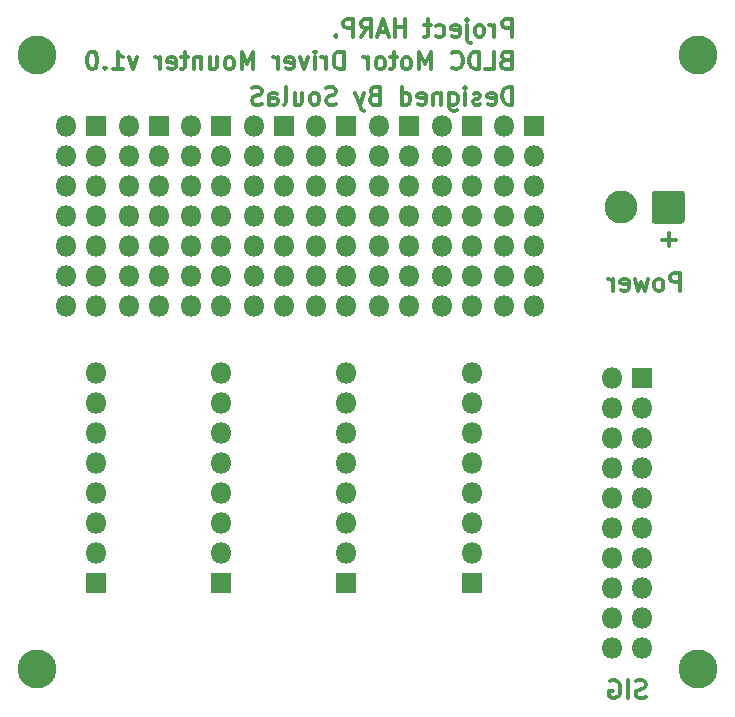
<source format=gbr>
%TF.GenerationSoftware,KiCad,Pcbnew,(5.1.6)-1*%
%TF.CreationDate,2020-10-29T16:21:17+09:00*%
%TF.ProjectId,BLDC__MD_Mounter,424c4443-5f5f-44d4-945f-4d6f756e7465,rev?*%
%TF.SameCoordinates,Original*%
%TF.FileFunction,Soldermask,Bot*%
%TF.FilePolarity,Negative*%
%FSLAX46Y46*%
G04 Gerber Fmt 4.6, Leading zero omitted, Abs format (unit mm)*
G04 Created by KiCad (PCBNEW (5.1.6)-1) date 2020-10-29 16:21:17*
%MOMM*%
%LPD*%
G01*
G04 APERTURE LIST*
%ADD10C,0.300000*%
%ADD11O,1.800000X1.800000*%
%ADD12R,1.800000X1.800000*%
%ADD13C,3.300000*%
%ADD14C,2.800000*%
G04 APERTURE END LIST*
D10*
X156535714Y-115357142D02*
X156321428Y-115428571D01*
X155964285Y-115428571D01*
X155821428Y-115357142D01*
X155750000Y-115285714D01*
X155678571Y-115142857D01*
X155678571Y-115000000D01*
X155750000Y-114857142D01*
X155821428Y-114785714D01*
X155964285Y-114714285D01*
X156250000Y-114642857D01*
X156392857Y-114571428D01*
X156464285Y-114500000D01*
X156535714Y-114357142D01*
X156535714Y-114214285D01*
X156464285Y-114071428D01*
X156392857Y-114000000D01*
X156250000Y-113928571D01*
X155892857Y-113928571D01*
X155678571Y-114000000D01*
X155035714Y-115428571D02*
X155035714Y-113928571D01*
X153535714Y-114000000D02*
X153678571Y-113928571D01*
X153892857Y-113928571D01*
X154107142Y-114000000D01*
X154250000Y-114142857D01*
X154321428Y-114285714D01*
X154392857Y-114571428D01*
X154392857Y-114785714D01*
X154321428Y-115071428D01*
X154250000Y-115214285D01*
X154107142Y-115357142D01*
X153892857Y-115428571D01*
X153750000Y-115428571D01*
X153535714Y-115357142D01*
X153464285Y-115285714D01*
X153464285Y-114785714D01*
X153750000Y-114785714D01*
X159071428Y-76607142D02*
X157928571Y-76607142D01*
X158500000Y-77178571D02*
X158500000Y-76035714D01*
X159464285Y-80928571D02*
X159464285Y-79428571D01*
X158892857Y-79428571D01*
X158750000Y-79500000D01*
X158678571Y-79571428D01*
X158607142Y-79714285D01*
X158607142Y-79928571D01*
X158678571Y-80071428D01*
X158750000Y-80142857D01*
X158892857Y-80214285D01*
X159464285Y-80214285D01*
X157750000Y-80928571D02*
X157892857Y-80857142D01*
X157964285Y-80785714D01*
X158035714Y-80642857D01*
X158035714Y-80214285D01*
X157964285Y-80071428D01*
X157892857Y-80000000D01*
X157750000Y-79928571D01*
X157535714Y-79928571D01*
X157392857Y-80000000D01*
X157321428Y-80071428D01*
X157250000Y-80214285D01*
X157250000Y-80642857D01*
X157321428Y-80785714D01*
X157392857Y-80857142D01*
X157535714Y-80928571D01*
X157750000Y-80928571D01*
X156750000Y-79928571D02*
X156464285Y-80928571D01*
X156178571Y-80214285D01*
X155892857Y-80928571D01*
X155607142Y-79928571D01*
X154464285Y-80857142D02*
X154607142Y-80928571D01*
X154892857Y-80928571D01*
X155035714Y-80857142D01*
X155107142Y-80714285D01*
X155107142Y-80142857D01*
X155035714Y-80000000D01*
X154892857Y-79928571D01*
X154607142Y-79928571D01*
X154464285Y-80000000D01*
X154392857Y-80142857D01*
X154392857Y-80285714D01*
X155107142Y-80428571D01*
X153750000Y-80928571D02*
X153750000Y-79928571D01*
X153750000Y-80214285D02*
X153678571Y-80071428D01*
X153607142Y-80000000D01*
X153464285Y-79928571D01*
X153321428Y-79928571D01*
X145250000Y-65178571D02*
X145250000Y-63678571D01*
X144892857Y-63678571D01*
X144678571Y-63750000D01*
X144535714Y-63892857D01*
X144464285Y-64035714D01*
X144392857Y-64321428D01*
X144392857Y-64535714D01*
X144464285Y-64821428D01*
X144535714Y-64964285D01*
X144678571Y-65107142D01*
X144892857Y-65178571D01*
X145250000Y-65178571D01*
X143178571Y-65107142D02*
X143321428Y-65178571D01*
X143607142Y-65178571D01*
X143750000Y-65107142D01*
X143821428Y-64964285D01*
X143821428Y-64392857D01*
X143750000Y-64250000D01*
X143607142Y-64178571D01*
X143321428Y-64178571D01*
X143178571Y-64250000D01*
X143107142Y-64392857D01*
X143107142Y-64535714D01*
X143821428Y-64678571D01*
X142535714Y-65107142D02*
X142392857Y-65178571D01*
X142107142Y-65178571D01*
X141964285Y-65107142D01*
X141892857Y-64964285D01*
X141892857Y-64892857D01*
X141964285Y-64750000D01*
X142107142Y-64678571D01*
X142321428Y-64678571D01*
X142464285Y-64607142D01*
X142535714Y-64464285D01*
X142535714Y-64392857D01*
X142464285Y-64250000D01*
X142321428Y-64178571D01*
X142107142Y-64178571D01*
X141964285Y-64250000D01*
X141250000Y-65178571D02*
X141250000Y-64178571D01*
X141250000Y-63678571D02*
X141321428Y-63750000D01*
X141250000Y-63821428D01*
X141178571Y-63750000D01*
X141250000Y-63678571D01*
X141250000Y-63821428D01*
X139892857Y-64178571D02*
X139892857Y-65392857D01*
X139964285Y-65535714D01*
X140035714Y-65607142D01*
X140178571Y-65678571D01*
X140392857Y-65678571D01*
X140535714Y-65607142D01*
X139892857Y-65107142D02*
X140035714Y-65178571D01*
X140321428Y-65178571D01*
X140464285Y-65107142D01*
X140535714Y-65035714D01*
X140607142Y-64892857D01*
X140607142Y-64464285D01*
X140535714Y-64321428D01*
X140464285Y-64250000D01*
X140321428Y-64178571D01*
X140035714Y-64178571D01*
X139892857Y-64250000D01*
X139178571Y-64178571D02*
X139178571Y-65178571D01*
X139178571Y-64321428D02*
X139107142Y-64250000D01*
X138964285Y-64178571D01*
X138750000Y-64178571D01*
X138607142Y-64250000D01*
X138535714Y-64392857D01*
X138535714Y-65178571D01*
X137250000Y-65107142D02*
X137392857Y-65178571D01*
X137678571Y-65178571D01*
X137821428Y-65107142D01*
X137892857Y-64964285D01*
X137892857Y-64392857D01*
X137821428Y-64250000D01*
X137678571Y-64178571D01*
X137392857Y-64178571D01*
X137250000Y-64250000D01*
X137178571Y-64392857D01*
X137178571Y-64535714D01*
X137892857Y-64678571D01*
X135892857Y-65178571D02*
X135892857Y-63678571D01*
X135892857Y-65107142D02*
X136035714Y-65178571D01*
X136321428Y-65178571D01*
X136464285Y-65107142D01*
X136535714Y-65035714D01*
X136607142Y-64892857D01*
X136607142Y-64464285D01*
X136535714Y-64321428D01*
X136464285Y-64250000D01*
X136321428Y-64178571D01*
X136035714Y-64178571D01*
X135892857Y-64250000D01*
X133535714Y-64392857D02*
X133321428Y-64464285D01*
X133250000Y-64535714D01*
X133178571Y-64678571D01*
X133178571Y-64892857D01*
X133250000Y-65035714D01*
X133321428Y-65107142D01*
X133464285Y-65178571D01*
X134035714Y-65178571D01*
X134035714Y-63678571D01*
X133535714Y-63678571D01*
X133392857Y-63750000D01*
X133321428Y-63821428D01*
X133250000Y-63964285D01*
X133250000Y-64107142D01*
X133321428Y-64250000D01*
X133392857Y-64321428D01*
X133535714Y-64392857D01*
X134035714Y-64392857D01*
X132678571Y-64178571D02*
X132321428Y-65178571D01*
X131964285Y-64178571D02*
X132321428Y-65178571D01*
X132464285Y-65535714D01*
X132535714Y-65607142D01*
X132678571Y-65678571D01*
X130321428Y-65107142D02*
X130107142Y-65178571D01*
X129750000Y-65178571D01*
X129607142Y-65107142D01*
X129535714Y-65035714D01*
X129464285Y-64892857D01*
X129464285Y-64750000D01*
X129535714Y-64607142D01*
X129607142Y-64535714D01*
X129750000Y-64464285D01*
X130035714Y-64392857D01*
X130178571Y-64321428D01*
X130250000Y-64250000D01*
X130321428Y-64107142D01*
X130321428Y-63964285D01*
X130250000Y-63821428D01*
X130178571Y-63750000D01*
X130035714Y-63678571D01*
X129678571Y-63678571D01*
X129464285Y-63750000D01*
X128607142Y-65178571D02*
X128750000Y-65107142D01*
X128821428Y-65035714D01*
X128892857Y-64892857D01*
X128892857Y-64464285D01*
X128821428Y-64321428D01*
X128750000Y-64250000D01*
X128607142Y-64178571D01*
X128392857Y-64178571D01*
X128250000Y-64250000D01*
X128178571Y-64321428D01*
X128107142Y-64464285D01*
X128107142Y-64892857D01*
X128178571Y-65035714D01*
X128250000Y-65107142D01*
X128392857Y-65178571D01*
X128607142Y-65178571D01*
X126821428Y-64178571D02*
X126821428Y-65178571D01*
X127464285Y-64178571D02*
X127464285Y-64964285D01*
X127392857Y-65107142D01*
X127250000Y-65178571D01*
X127035714Y-65178571D01*
X126892857Y-65107142D01*
X126821428Y-65035714D01*
X125892857Y-65178571D02*
X126035714Y-65107142D01*
X126107142Y-64964285D01*
X126107142Y-63678571D01*
X124678571Y-65178571D02*
X124678571Y-64392857D01*
X124750000Y-64250000D01*
X124892857Y-64178571D01*
X125178571Y-64178571D01*
X125321428Y-64250000D01*
X124678571Y-65107142D02*
X124821428Y-65178571D01*
X125178571Y-65178571D01*
X125321428Y-65107142D01*
X125392857Y-64964285D01*
X125392857Y-64821428D01*
X125321428Y-64678571D01*
X125178571Y-64607142D01*
X124821428Y-64607142D01*
X124678571Y-64535714D01*
X124035714Y-65107142D02*
X123821428Y-65178571D01*
X123464285Y-65178571D01*
X123321428Y-65107142D01*
X123250000Y-65035714D01*
X123178571Y-64892857D01*
X123178571Y-64750000D01*
X123250000Y-64607142D01*
X123321428Y-64535714D01*
X123464285Y-64464285D01*
X123750000Y-64392857D01*
X123892857Y-64321428D01*
X123964285Y-64250000D01*
X124035714Y-64107142D01*
X124035714Y-63964285D01*
X123964285Y-63821428D01*
X123892857Y-63750000D01*
X123750000Y-63678571D01*
X123392857Y-63678571D01*
X123178571Y-63750000D01*
X144678571Y-61392857D02*
X144464285Y-61464285D01*
X144392857Y-61535714D01*
X144321428Y-61678571D01*
X144321428Y-61892857D01*
X144392857Y-62035714D01*
X144464285Y-62107142D01*
X144607142Y-62178571D01*
X145178571Y-62178571D01*
X145178571Y-60678571D01*
X144678571Y-60678571D01*
X144535714Y-60750000D01*
X144464285Y-60821428D01*
X144392857Y-60964285D01*
X144392857Y-61107142D01*
X144464285Y-61250000D01*
X144535714Y-61321428D01*
X144678571Y-61392857D01*
X145178571Y-61392857D01*
X142964285Y-62178571D02*
X143678571Y-62178571D01*
X143678571Y-60678571D01*
X142464285Y-62178571D02*
X142464285Y-60678571D01*
X142107142Y-60678571D01*
X141892857Y-60750000D01*
X141750000Y-60892857D01*
X141678571Y-61035714D01*
X141607142Y-61321428D01*
X141607142Y-61535714D01*
X141678571Y-61821428D01*
X141750000Y-61964285D01*
X141892857Y-62107142D01*
X142107142Y-62178571D01*
X142464285Y-62178571D01*
X140107142Y-62035714D02*
X140178571Y-62107142D01*
X140392857Y-62178571D01*
X140535714Y-62178571D01*
X140750000Y-62107142D01*
X140892857Y-61964285D01*
X140964285Y-61821428D01*
X141035714Y-61535714D01*
X141035714Y-61321428D01*
X140964285Y-61035714D01*
X140892857Y-60892857D01*
X140750000Y-60750000D01*
X140535714Y-60678571D01*
X140392857Y-60678571D01*
X140178571Y-60750000D01*
X140107142Y-60821428D01*
X138321428Y-62178571D02*
X138321428Y-60678571D01*
X137821428Y-61750000D01*
X137321428Y-60678571D01*
X137321428Y-62178571D01*
X136392857Y-62178571D02*
X136535714Y-62107142D01*
X136607142Y-62035714D01*
X136678571Y-61892857D01*
X136678571Y-61464285D01*
X136607142Y-61321428D01*
X136535714Y-61250000D01*
X136392857Y-61178571D01*
X136178571Y-61178571D01*
X136035714Y-61250000D01*
X135964285Y-61321428D01*
X135892857Y-61464285D01*
X135892857Y-61892857D01*
X135964285Y-62035714D01*
X136035714Y-62107142D01*
X136178571Y-62178571D01*
X136392857Y-62178571D01*
X135464285Y-61178571D02*
X134892857Y-61178571D01*
X135250000Y-60678571D02*
X135250000Y-61964285D01*
X135178571Y-62107142D01*
X135035714Y-62178571D01*
X134892857Y-62178571D01*
X134178571Y-62178571D02*
X134321428Y-62107142D01*
X134392857Y-62035714D01*
X134464285Y-61892857D01*
X134464285Y-61464285D01*
X134392857Y-61321428D01*
X134321428Y-61250000D01*
X134178571Y-61178571D01*
X133964285Y-61178571D01*
X133821428Y-61250000D01*
X133750000Y-61321428D01*
X133678571Y-61464285D01*
X133678571Y-61892857D01*
X133750000Y-62035714D01*
X133821428Y-62107142D01*
X133964285Y-62178571D01*
X134178571Y-62178571D01*
X133035714Y-62178571D02*
X133035714Y-61178571D01*
X133035714Y-61464285D02*
X132964285Y-61321428D01*
X132892857Y-61250000D01*
X132750000Y-61178571D01*
X132607142Y-61178571D01*
X130964285Y-62178571D02*
X130964285Y-60678571D01*
X130607142Y-60678571D01*
X130392857Y-60750000D01*
X130250000Y-60892857D01*
X130178571Y-61035714D01*
X130107142Y-61321428D01*
X130107142Y-61535714D01*
X130178571Y-61821428D01*
X130250000Y-61964285D01*
X130392857Y-62107142D01*
X130607142Y-62178571D01*
X130964285Y-62178571D01*
X129464285Y-62178571D02*
X129464285Y-61178571D01*
X129464285Y-61464285D02*
X129392857Y-61321428D01*
X129321428Y-61250000D01*
X129178571Y-61178571D01*
X129035714Y-61178571D01*
X128535714Y-62178571D02*
X128535714Y-61178571D01*
X128535714Y-60678571D02*
X128607142Y-60750000D01*
X128535714Y-60821428D01*
X128464285Y-60750000D01*
X128535714Y-60678571D01*
X128535714Y-60821428D01*
X127964285Y-61178571D02*
X127607142Y-62178571D01*
X127250000Y-61178571D01*
X126107142Y-62107142D02*
X126250000Y-62178571D01*
X126535714Y-62178571D01*
X126678571Y-62107142D01*
X126750000Y-61964285D01*
X126750000Y-61392857D01*
X126678571Y-61250000D01*
X126535714Y-61178571D01*
X126250000Y-61178571D01*
X126107142Y-61250000D01*
X126035714Y-61392857D01*
X126035714Y-61535714D01*
X126750000Y-61678571D01*
X125392857Y-62178571D02*
X125392857Y-61178571D01*
X125392857Y-61464285D02*
X125321428Y-61321428D01*
X125250000Y-61250000D01*
X125107142Y-61178571D01*
X124964285Y-61178571D01*
X123321428Y-62178571D02*
X123321428Y-60678571D01*
X122821428Y-61750000D01*
X122321428Y-60678571D01*
X122321428Y-62178571D01*
X121392857Y-62178571D02*
X121535714Y-62107142D01*
X121607142Y-62035714D01*
X121678571Y-61892857D01*
X121678571Y-61464285D01*
X121607142Y-61321428D01*
X121535714Y-61250000D01*
X121392857Y-61178571D01*
X121178571Y-61178571D01*
X121035714Y-61250000D01*
X120964285Y-61321428D01*
X120892857Y-61464285D01*
X120892857Y-61892857D01*
X120964285Y-62035714D01*
X121035714Y-62107142D01*
X121178571Y-62178571D01*
X121392857Y-62178571D01*
X119607142Y-61178571D02*
X119607142Y-62178571D01*
X120250000Y-61178571D02*
X120250000Y-61964285D01*
X120178571Y-62107142D01*
X120035714Y-62178571D01*
X119821428Y-62178571D01*
X119678571Y-62107142D01*
X119607142Y-62035714D01*
X118892857Y-61178571D02*
X118892857Y-62178571D01*
X118892857Y-61321428D02*
X118821428Y-61250000D01*
X118678571Y-61178571D01*
X118464285Y-61178571D01*
X118321428Y-61250000D01*
X118250000Y-61392857D01*
X118250000Y-62178571D01*
X117750000Y-61178571D02*
X117178571Y-61178571D01*
X117535714Y-60678571D02*
X117535714Y-61964285D01*
X117464285Y-62107142D01*
X117321428Y-62178571D01*
X117178571Y-62178571D01*
X116107142Y-62107142D02*
X116250000Y-62178571D01*
X116535714Y-62178571D01*
X116678571Y-62107142D01*
X116750000Y-61964285D01*
X116750000Y-61392857D01*
X116678571Y-61250000D01*
X116535714Y-61178571D01*
X116250000Y-61178571D01*
X116107142Y-61250000D01*
X116035714Y-61392857D01*
X116035714Y-61535714D01*
X116750000Y-61678571D01*
X115392857Y-62178571D02*
X115392857Y-61178571D01*
X115392857Y-61464285D02*
X115321428Y-61321428D01*
X115250000Y-61250000D01*
X115107142Y-61178571D01*
X114964285Y-61178571D01*
X113464285Y-61178571D02*
X113107142Y-62178571D01*
X112750000Y-61178571D01*
X111392857Y-62178571D02*
X112250000Y-62178571D01*
X111821428Y-62178571D02*
X111821428Y-60678571D01*
X111964285Y-60892857D01*
X112107142Y-61035714D01*
X112250000Y-61107142D01*
X110750000Y-62035714D02*
X110678571Y-62107142D01*
X110750000Y-62178571D01*
X110821428Y-62107142D01*
X110750000Y-62035714D01*
X110750000Y-62178571D01*
X109750000Y-60678571D02*
X109607142Y-60678571D01*
X109464285Y-60750000D01*
X109392857Y-60821428D01*
X109321428Y-60964285D01*
X109250000Y-61250000D01*
X109250000Y-61607142D01*
X109321428Y-61892857D01*
X109392857Y-62035714D01*
X109464285Y-62107142D01*
X109607142Y-62178571D01*
X109750000Y-62178571D01*
X109892857Y-62107142D01*
X109964285Y-62035714D01*
X110035714Y-61892857D01*
X110107142Y-61607142D01*
X110107142Y-61250000D01*
X110035714Y-60964285D01*
X109964285Y-60821428D01*
X109892857Y-60750000D01*
X109750000Y-60678571D01*
X145214285Y-59428571D02*
X145214285Y-57928571D01*
X144642857Y-57928571D01*
X144500000Y-58000000D01*
X144428571Y-58071428D01*
X144357142Y-58214285D01*
X144357142Y-58428571D01*
X144428571Y-58571428D01*
X144500000Y-58642857D01*
X144642857Y-58714285D01*
X145214285Y-58714285D01*
X143714285Y-59428571D02*
X143714285Y-58428571D01*
X143714285Y-58714285D02*
X143642857Y-58571428D01*
X143571428Y-58500000D01*
X143428571Y-58428571D01*
X143285714Y-58428571D01*
X142571428Y-59428571D02*
X142714285Y-59357142D01*
X142785714Y-59285714D01*
X142857142Y-59142857D01*
X142857142Y-58714285D01*
X142785714Y-58571428D01*
X142714285Y-58500000D01*
X142571428Y-58428571D01*
X142357142Y-58428571D01*
X142214285Y-58500000D01*
X142142857Y-58571428D01*
X142071428Y-58714285D01*
X142071428Y-59142857D01*
X142142857Y-59285714D01*
X142214285Y-59357142D01*
X142357142Y-59428571D01*
X142571428Y-59428571D01*
X141428571Y-58428571D02*
X141428571Y-59714285D01*
X141500000Y-59857142D01*
X141642857Y-59928571D01*
X141714285Y-59928571D01*
X141428571Y-57928571D02*
X141500000Y-58000000D01*
X141428571Y-58071428D01*
X141357142Y-58000000D01*
X141428571Y-57928571D01*
X141428571Y-58071428D01*
X140142857Y-59357142D02*
X140285714Y-59428571D01*
X140571428Y-59428571D01*
X140714285Y-59357142D01*
X140785714Y-59214285D01*
X140785714Y-58642857D01*
X140714285Y-58500000D01*
X140571428Y-58428571D01*
X140285714Y-58428571D01*
X140142857Y-58500000D01*
X140071428Y-58642857D01*
X140071428Y-58785714D01*
X140785714Y-58928571D01*
X138785714Y-59357142D02*
X138928571Y-59428571D01*
X139214285Y-59428571D01*
X139357142Y-59357142D01*
X139428571Y-59285714D01*
X139500000Y-59142857D01*
X139500000Y-58714285D01*
X139428571Y-58571428D01*
X139357142Y-58500000D01*
X139214285Y-58428571D01*
X138928571Y-58428571D01*
X138785714Y-58500000D01*
X138357142Y-58428571D02*
X137785714Y-58428571D01*
X138142857Y-57928571D02*
X138142857Y-59214285D01*
X138071428Y-59357142D01*
X137928571Y-59428571D01*
X137785714Y-59428571D01*
X136142857Y-59428571D02*
X136142857Y-57928571D01*
X136142857Y-58642857D02*
X135285714Y-58642857D01*
X135285714Y-59428571D02*
X135285714Y-57928571D01*
X134642857Y-59000000D02*
X133928571Y-59000000D01*
X134785714Y-59428571D02*
X134285714Y-57928571D01*
X133785714Y-59428571D01*
X132428571Y-59428571D02*
X132928571Y-58714285D01*
X133285714Y-59428571D02*
X133285714Y-57928571D01*
X132714285Y-57928571D01*
X132571428Y-58000000D01*
X132500000Y-58071428D01*
X132428571Y-58214285D01*
X132428571Y-58428571D01*
X132500000Y-58571428D01*
X132571428Y-58642857D01*
X132714285Y-58714285D01*
X133285714Y-58714285D01*
X131785714Y-59428571D02*
X131785714Y-57928571D01*
X131214285Y-57928571D01*
X131071428Y-58000000D01*
X131000000Y-58071428D01*
X130928571Y-58214285D01*
X130928571Y-58428571D01*
X131000000Y-58571428D01*
X131071428Y-58642857D01*
X131214285Y-58714285D01*
X131785714Y-58714285D01*
X130285714Y-59285714D02*
X130214285Y-59357142D01*
X130285714Y-59428571D01*
X130357142Y-59357142D01*
X130285714Y-59285714D01*
X130285714Y-59428571D01*
D11*
%TO.C,J3*%
X153720800Y-111150400D03*
X156260800Y-111150400D03*
X153720800Y-108610400D03*
X156260800Y-108610400D03*
X153720800Y-106070400D03*
X156260800Y-106070400D03*
X153720800Y-103530400D03*
X156260800Y-103530400D03*
X153720800Y-100990400D03*
X156260800Y-100990400D03*
X153720800Y-98450400D03*
X156260800Y-98450400D03*
X153720800Y-95910400D03*
X156260800Y-95910400D03*
X153720800Y-93370400D03*
X156260800Y-93370400D03*
X153720800Y-90830400D03*
X156260800Y-90830400D03*
X153720800Y-88290400D03*
D12*
X156260800Y-88290400D03*
%TD*%
D11*
%TO.C,J8*%
X120600000Y-87929600D03*
X120600000Y-90469600D03*
X120600000Y-93009600D03*
X120600000Y-95549600D03*
X120600000Y-98089600D03*
X120600000Y-100629600D03*
X120600000Y-103169600D03*
D12*
X120600000Y-105709600D03*
%TD*%
D13*
%TO.C,REF\u002A\u002A*%
X105000000Y-113000000D03*
%TD*%
D11*
%TO.C,J4*%
X110000000Y-87929600D03*
X110000000Y-90469600D03*
X110000000Y-93009600D03*
X110000000Y-95549600D03*
X110000000Y-98089600D03*
X110000000Y-100629600D03*
X110000000Y-103169600D03*
D12*
X110000000Y-105709600D03*
%TD*%
D11*
%TO.C,J11*%
X131200000Y-87929600D03*
X131200000Y-90469600D03*
X131200000Y-93009600D03*
X131200000Y-95549600D03*
X131200000Y-98089600D03*
X131200000Y-100629600D03*
X131200000Y-103169600D03*
D12*
X131200000Y-105709600D03*
%TD*%
D13*
%TO.C,REF\u002A\u002A*%
X161000000Y-113000000D03*
%TD*%
%TO.C,REF\u002A\u002A*%
X161000000Y-61000000D03*
%TD*%
%TO.C,REF\u002A\u002A*%
X105000000Y-61000000D03*
%TD*%
D11*
%TO.C,J14*%
X141800000Y-87929600D03*
X141800000Y-90469600D03*
X141800000Y-93009600D03*
X141800000Y-95549600D03*
X141800000Y-98089600D03*
X141800000Y-100629600D03*
X141800000Y-103169600D03*
D12*
X141800000Y-105709600D03*
%TD*%
D11*
%TO.C,J13*%
X139260000Y-82240000D03*
X141800000Y-82240000D03*
X139260000Y-79700000D03*
X141800000Y-79700000D03*
X139260000Y-77160000D03*
X141800000Y-77160000D03*
X139260000Y-74620000D03*
X141800000Y-74620000D03*
X139260000Y-72080000D03*
X141800000Y-72080000D03*
X139260000Y-69540000D03*
X141800000Y-69540000D03*
X139260000Y-67000000D03*
D12*
X141800000Y-67000000D03*
%TD*%
D11*
%TO.C,J12*%
X144560000Y-82240000D03*
X147100000Y-82240000D03*
X144560000Y-79700000D03*
X147100000Y-79700000D03*
X144560000Y-77160000D03*
X147100000Y-77160000D03*
X144560000Y-74620000D03*
X147100000Y-74620000D03*
X144560000Y-72080000D03*
X147100000Y-72080000D03*
X144560000Y-69540000D03*
X147100000Y-69540000D03*
X144560000Y-67000000D03*
D12*
X147100000Y-67000000D03*
%TD*%
D11*
%TO.C,J10*%
X128660000Y-82240000D03*
X131200000Y-82240000D03*
X128660000Y-79700000D03*
X131200000Y-79700000D03*
X128660000Y-77160000D03*
X131200000Y-77160000D03*
X128660000Y-74620000D03*
X131200000Y-74620000D03*
X128660000Y-72080000D03*
X131200000Y-72080000D03*
X128660000Y-69540000D03*
X131200000Y-69540000D03*
X128660000Y-67000000D03*
D12*
X131200000Y-67000000D03*
%TD*%
D11*
%TO.C,J9*%
X133960000Y-82240000D03*
X136500000Y-82240000D03*
X133960000Y-79700000D03*
X136500000Y-79700000D03*
X133960000Y-77160000D03*
X136500000Y-77160000D03*
X133960000Y-74620000D03*
X136500000Y-74620000D03*
X133960000Y-72080000D03*
X136500000Y-72080000D03*
X133960000Y-69540000D03*
X136500000Y-69540000D03*
X133960000Y-67000000D03*
D12*
X136500000Y-67000000D03*
%TD*%
D11*
%TO.C,J7*%
X118060000Y-82240000D03*
X120600000Y-82240000D03*
X118060000Y-79700000D03*
X120600000Y-79700000D03*
X118060000Y-77160000D03*
X120600000Y-77160000D03*
X118060000Y-74620000D03*
X120600000Y-74620000D03*
X118060000Y-72080000D03*
X120600000Y-72080000D03*
X118060000Y-69540000D03*
X120600000Y-69540000D03*
X118060000Y-67000000D03*
D12*
X120600000Y-67000000D03*
%TD*%
D11*
%TO.C,J6*%
X123360000Y-82240000D03*
X125900000Y-82240000D03*
X123360000Y-79700000D03*
X125900000Y-79700000D03*
X123360000Y-77160000D03*
X125900000Y-77160000D03*
X123360000Y-74620000D03*
X125900000Y-74620000D03*
X123360000Y-72080000D03*
X125900000Y-72080000D03*
X123360000Y-69540000D03*
X125900000Y-69540000D03*
X123360000Y-67000000D03*
D12*
X125900000Y-67000000D03*
%TD*%
D14*
%TO.C,J5*%
X154485200Y-73863200D03*
G36*
G01*
X159845200Y-72722460D02*
X159845200Y-75003940D01*
G75*
G02*
X159585940Y-75263200I-259260J0D01*
G01*
X157304460Y-75263200D01*
G75*
G02*
X157045200Y-75003940I0J259260D01*
G01*
X157045200Y-72722460D01*
G75*
G02*
X157304460Y-72463200I259260J0D01*
G01*
X159585940Y-72463200D01*
G75*
G02*
X159845200Y-72722460I0J-259260D01*
G01*
G37*
%TD*%
D11*
%TO.C,J2*%
X112760000Y-82240000D03*
X115300000Y-82240000D03*
X112760000Y-79700000D03*
X115300000Y-79700000D03*
X112760000Y-77160000D03*
X115300000Y-77160000D03*
X112760000Y-74620000D03*
X115300000Y-74620000D03*
X112760000Y-72080000D03*
X115300000Y-72080000D03*
X112760000Y-69540000D03*
X115300000Y-69540000D03*
X112760000Y-67000000D03*
D12*
X115300000Y-67000000D03*
%TD*%
D11*
%TO.C,J1*%
X107460000Y-82240000D03*
X110000000Y-82240000D03*
X107460000Y-79700000D03*
X110000000Y-79700000D03*
X107460000Y-77160000D03*
X110000000Y-77160000D03*
X107460000Y-74620000D03*
X110000000Y-74620000D03*
X107460000Y-72080000D03*
X110000000Y-72080000D03*
X107460000Y-69540000D03*
X110000000Y-69540000D03*
X107460000Y-67000000D03*
D12*
X110000000Y-67000000D03*
%TD*%
M02*

</source>
